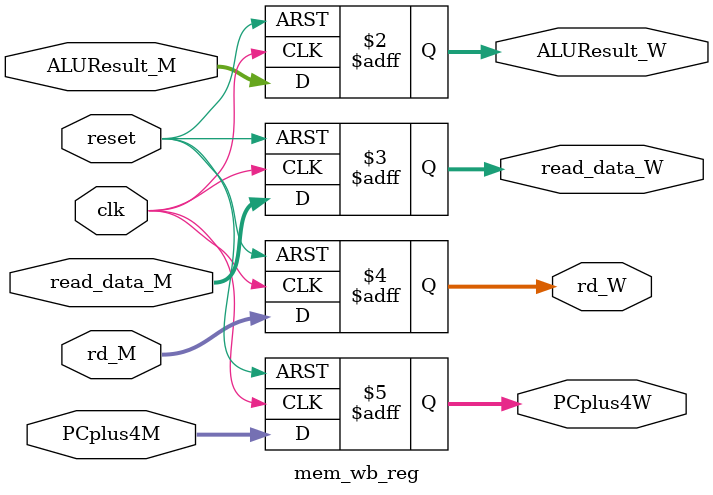
<source format=v>

module mem_wb_reg(clk,reset,ALUResult_M,read_data_M,rd_M,PCplus4M,
                            ALUResult_W,read_data_W,rd_W,PCplus4W);

    input clk;                        //clock input
    input reset;                      //active high reset to clear register contents
     
    input [31:0] ALUResult_M;         //ALU result in memory stage
    input [31:0] read_data_M;         //PC value in memory stage
    input [4:0] rd_M;                 //destination register in memory
    input [31:0] PCplus4M;            //PC + 4 value in memory stage 
    
    output reg [31:0] ALUResult_W;    //ALU result in write back stage
    output reg [31:0] read_data_W;    //PC value in write back stage
    output reg [4:0] rd_W;            //destination register in write back
    output reg [31:0] PCplus4W;       //PC + 4 value in write back stage 
    
    always @ (posedge clk, posedge reset) begin
        if (reset) begin         
            ALUResult_W   <= 0;
            read_data_W   <= 0;
            rd_W          <= 0;
            PCplus4W      <= 0; 
        end
        
        else  begin
            ALUResult_W   <= ALUResult_M;  
            read_data_W  <= read_data_M;
            rd_W          <= rd_M;
            PCplus4W      <= PCplus4M; 
        end
    end   
endmodule

</source>
